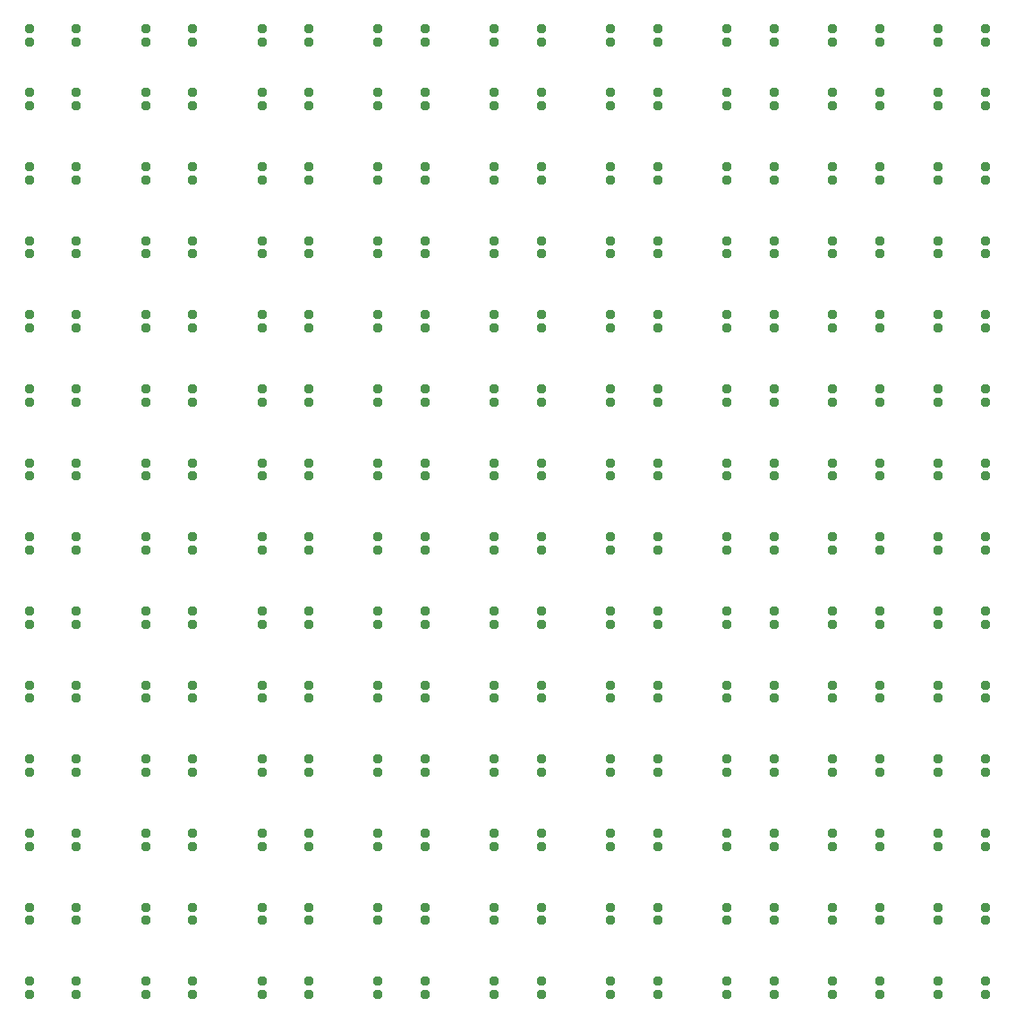
<source format=gbl>
G75*
%MOIN*%
%OFA0B0*%
%FSLAX25Y25*%
%IPPOS*%
%LPD*%
%AMOC8*
5,1,8,0,0,1.08239X$1,22.5*
%
%ADD10C,0.03772*%
D10*
X0023938Y0020434D03*
X0023938Y0025355D03*
X0041536Y0025355D03*
X0041536Y0020434D03*
X0067245Y0020434D03*
X0067245Y0025355D03*
X0084843Y0025355D03*
X0084843Y0020434D03*
X0110552Y0020434D03*
X0110552Y0025355D03*
X0128150Y0025355D03*
X0128150Y0020434D03*
X0153859Y0020434D03*
X0153859Y0025355D03*
X0171457Y0025355D03*
X0171457Y0020434D03*
X0197166Y0020434D03*
X0197166Y0025355D03*
X0214765Y0025355D03*
X0214765Y0020434D03*
X0240473Y0020434D03*
X0240473Y0025355D03*
X0258072Y0025355D03*
X0258072Y0020434D03*
X0283780Y0020434D03*
X0283780Y0025355D03*
X0301379Y0025355D03*
X0301379Y0020434D03*
X0323150Y0020434D03*
X0323150Y0025355D03*
X0340749Y0025355D03*
X0340749Y0020434D03*
X0362520Y0020434D03*
X0362520Y0025355D03*
X0380119Y0025355D03*
X0380119Y0020434D03*
X0380119Y0047993D03*
X0380119Y0052914D03*
X0362520Y0052914D03*
X0362520Y0047993D03*
X0340749Y0047993D03*
X0340749Y0052914D03*
X0323150Y0052914D03*
X0323150Y0047993D03*
X0301379Y0047993D03*
X0301379Y0052914D03*
X0283780Y0052914D03*
X0283780Y0047993D03*
X0258072Y0047993D03*
X0258072Y0052914D03*
X0240473Y0052914D03*
X0240473Y0047993D03*
X0214765Y0047993D03*
X0214765Y0052914D03*
X0197166Y0052914D03*
X0197166Y0047993D03*
X0171457Y0047993D03*
X0171457Y0052914D03*
X0153859Y0052914D03*
X0153859Y0047993D03*
X0128150Y0047993D03*
X0128150Y0052914D03*
X0110552Y0052914D03*
X0110552Y0047993D03*
X0084843Y0047993D03*
X0084843Y0052914D03*
X0067245Y0052914D03*
X0067245Y0047993D03*
X0041536Y0047993D03*
X0041536Y0052914D03*
X0023938Y0052914D03*
X0023938Y0047993D03*
X0023938Y0075552D03*
X0023938Y0080473D03*
X0041536Y0080473D03*
X0041536Y0075552D03*
X0067245Y0075552D03*
X0067245Y0080473D03*
X0084843Y0080473D03*
X0084843Y0075552D03*
X0110552Y0075552D03*
X0110552Y0080473D03*
X0128150Y0080473D03*
X0128150Y0075552D03*
X0153859Y0075552D03*
X0153859Y0080473D03*
X0171457Y0080473D03*
X0171457Y0075552D03*
X0197166Y0075552D03*
X0197166Y0080473D03*
X0214765Y0080473D03*
X0214765Y0075552D03*
X0240473Y0075552D03*
X0240473Y0080473D03*
X0258072Y0080473D03*
X0258072Y0075552D03*
X0283780Y0075552D03*
X0283780Y0080473D03*
X0301379Y0080473D03*
X0301379Y0075552D03*
X0323150Y0075552D03*
X0323150Y0080473D03*
X0340749Y0080473D03*
X0340749Y0075552D03*
X0362520Y0075552D03*
X0362520Y0080473D03*
X0380119Y0080473D03*
X0380119Y0075552D03*
X0380119Y0103111D03*
X0380119Y0108032D03*
X0362520Y0108032D03*
X0362520Y0103111D03*
X0340749Y0103111D03*
X0340749Y0108032D03*
X0323150Y0108032D03*
X0323150Y0103111D03*
X0301379Y0103111D03*
X0301379Y0108032D03*
X0283780Y0108032D03*
X0283780Y0103111D03*
X0258072Y0103111D03*
X0258072Y0108032D03*
X0240473Y0108032D03*
X0240473Y0103111D03*
X0214765Y0103111D03*
X0214765Y0108032D03*
X0197166Y0108032D03*
X0197166Y0103111D03*
X0171457Y0103111D03*
X0171457Y0108032D03*
X0153859Y0108032D03*
X0153859Y0103111D03*
X0128150Y0103111D03*
X0128150Y0108032D03*
X0110552Y0108032D03*
X0110552Y0103111D03*
X0084843Y0103111D03*
X0084843Y0108032D03*
X0067245Y0108032D03*
X0067245Y0103111D03*
X0041536Y0103111D03*
X0041536Y0108032D03*
X0023938Y0108032D03*
X0023938Y0103111D03*
X0023938Y0130670D03*
X0023938Y0135591D03*
X0041536Y0135591D03*
X0041536Y0130670D03*
X0067245Y0130670D03*
X0067245Y0135591D03*
X0084843Y0135591D03*
X0084843Y0130670D03*
X0110552Y0130670D03*
X0110552Y0135591D03*
X0128150Y0135591D03*
X0128150Y0130670D03*
X0153859Y0130670D03*
X0153859Y0135591D03*
X0171457Y0135591D03*
X0171457Y0130670D03*
X0197166Y0130670D03*
X0197166Y0135591D03*
X0214765Y0135591D03*
X0214765Y0130670D03*
X0240473Y0130670D03*
X0240473Y0135591D03*
X0258072Y0135591D03*
X0258072Y0130670D03*
X0283780Y0130670D03*
X0283780Y0135591D03*
X0301379Y0135591D03*
X0301379Y0130670D03*
X0323150Y0130670D03*
X0323150Y0135591D03*
X0340749Y0135591D03*
X0340749Y0130670D03*
X0362520Y0130670D03*
X0362520Y0135591D03*
X0380119Y0135591D03*
X0380119Y0130670D03*
X0380119Y0158229D03*
X0380119Y0163150D03*
X0362520Y0163150D03*
X0362520Y0158229D03*
X0340749Y0158229D03*
X0340749Y0163150D03*
X0323150Y0163150D03*
X0323150Y0158229D03*
X0301379Y0158229D03*
X0301379Y0163150D03*
X0283780Y0163150D03*
X0283780Y0158229D03*
X0258072Y0158229D03*
X0258072Y0163150D03*
X0240473Y0163150D03*
X0240473Y0158229D03*
X0214765Y0158229D03*
X0214765Y0163150D03*
X0197166Y0163150D03*
X0197166Y0158229D03*
X0171457Y0158229D03*
X0171457Y0163150D03*
X0153859Y0163150D03*
X0153859Y0158229D03*
X0128150Y0158229D03*
X0128150Y0163150D03*
X0110552Y0163150D03*
X0110552Y0158229D03*
X0084843Y0158229D03*
X0084843Y0163150D03*
X0067245Y0163150D03*
X0067245Y0158229D03*
X0041536Y0158229D03*
X0041536Y0163150D03*
X0023938Y0163150D03*
X0023938Y0158229D03*
X0023938Y0185788D03*
X0023938Y0190709D03*
X0041536Y0190709D03*
X0041536Y0185788D03*
X0067245Y0185788D03*
X0067245Y0190709D03*
X0084843Y0190709D03*
X0084843Y0185788D03*
X0110552Y0185788D03*
X0110552Y0190709D03*
X0128150Y0190709D03*
X0128150Y0185788D03*
X0153859Y0185788D03*
X0153859Y0190709D03*
X0171457Y0190709D03*
X0171457Y0185788D03*
X0197166Y0185788D03*
X0197166Y0190709D03*
X0214765Y0190709D03*
X0214765Y0185788D03*
X0240473Y0185788D03*
X0240473Y0190709D03*
X0258072Y0190709D03*
X0258072Y0185788D03*
X0283780Y0185788D03*
X0283780Y0190709D03*
X0301379Y0190709D03*
X0301379Y0185788D03*
X0323150Y0185788D03*
X0323150Y0190709D03*
X0340749Y0190709D03*
X0340749Y0185788D03*
X0362520Y0185788D03*
X0362520Y0190709D03*
X0380119Y0190709D03*
X0380119Y0185788D03*
X0380119Y0213347D03*
X0380119Y0218269D03*
X0362520Y0218269D03*
X0362520Y0213347D03*
X0340749Y0213347D03*
X0340749Y0218269D03*
X0323150Y0218269D03*
X0323150Y0213347D03*
X0301379Y0213347D03*
X0301379Y0218269D03*
X0283780Y0218269D03*
X0283780Y0213347D03*
X0258072Y0213347D03*
X0258072Y0218269D03*
X0240473Y0218269D03*
X0240473Y0213347D03*
X0214765Y0213347D03*
X0214765Y0218269D03*
X0197166Y0218269D03*
X0197166Y0213347D03*
X0171457Y0213347D03*
X0171457Y0218269D03*
X0153859Y0218269D03*
X0153859Y0213347D03*
X0128150Y0213347D03*
X0128150Y0218269D03*
X0110552Y0218269D03*
X0110552Y0213347D03*
X0084843Y0213347D03*
X0084843Y0218269D03*
X0067245Y0218269D03*
X0067245Y0213347D03*
X0041536Y0213347D03*
X0041536Y0218269D03*
X0023938Y0218269D03*
X0023938Y0213347D03*
X0023938Y0240906D03*
X0023938Y0245828D03*
X0041536Y0245828D03*
X0041536Y0240906D03*
X0067245Y0240906D03*
X0067245Y0245828D03*
X0084843Y0245828D03*
X0084843Y0240906D03*
X0110552Y0240906D03*
X0110552Y0245828D03*
X0128150Y0245828D03*
X0128150Y0240906D03*
X0153859Y0240906D03*
X0153859Y0245828D03*
X0171457Y0245828D03*
X0171457Y0240906D03*
X0197166Y0240906D03*
X0197166Y0245828D03*
X0214765Y0245828D03*
X0214765Y0240906D03*
X0240473Y0240906D03*
X0240473Y0245828D03*
X0258072Y0245828D03*
X0258072Y0240906D03*
X0283780Y0240906D03*
X0283780Y0245828D03*
X0301379Y0245828D03*
X0301379Y0240906D03*
X0323150Y0240906D03*
X0323150Y0245828D03*
X0340749Y0245828D03*
X0340749Y0240906D03*
X0362520Y0240906D03*
X0362520Y0245828D03*
X0380119Y0245828D03*
X0380119Y0240906D03*
X0380119Y0268465D03*
X0380119Y0273387D03*
X0362520Y0273387D03*
X0362520Y0268465D03*
X0340749Y0268465D03*
X0340749Y0273387D03*
X0323150Y0273387D03*
X0323150Y0268465D03*
X0301379Y0268465D03*
X0301379Y0273387D03*
X0283780Y0273387D03*
X0283780Y0268465D03*
X0258072Y0268465D03*
X0258072Y0273387D03*
X0240473Y0273387D03*
X0240473Y0268465D03*
X0214765Y0268465D03*
X0214765Y0273387D03*
X0197166Y0273387D03*
X0197166Y0268465D03*
X0171457Y0268465D03*
X0171457Y0273387D03*
X0153859Y0273387D03*
X0153859Y0268465D03*
X0128150Y0268465D03*
X0128150Y0273387D03*
X0110552Y0273387D03*
X0110552Y0268465D03*
X0084843Y0268465D03*
X0084843Y0273387D03*
X0067245Y0273387D03*
X0067245Y0268465D03*
X0041536Y0268465D03*
X0041536Y0273387D03*
X0023938Y0273387D03*
X0023938Y0268465D03*
X0023938Y0296024D03*
X0023938Y0300946D03*
X0041536Y0300946D03*
X0041536Y0296024D03*
X0067245Y0296024D03*
X0067245Y0300946D03*
X0084843Y0300946D03*
X0084843Y0296024D03*
X0110552Y0296024D03*
X0110552Y0300946D03*
X0128150Y0300946D03*
X0128150Y0296024D03*
X0153859Y0296024D03*
X0153859Y0300946D03*
X0171457Y0300946D03*
X0171457Y0296024D03*
X0197166Y0296024D03*
X0197166Y0300946D03*
X0214765Y0300946D03*
X0214765Y0296024D03*
X0240473Y0296024D03*
X0240473Y0300946D03*
X0258072Y0300946D03*
X0258072Y0296024D03*
X0283780Y0296024D03*
X0283780Y0300946D03*
X0301379Y0300946D03*
X0301379Y0296024D03*
X0323150Y0296024D03*
X0323150Y0300946D03*
X0340749Y0300946D03*
X0340749Y0296024D03*
X0362520Y0296024D03*
X0362520Y0300946D03*
X0380119Y0300946D03*
X0380119Y0296024D03*
X0380119Y0323583D03*
X0380119Y0328505D03*
X0362520Y0328505D03*
X0362520Y0323583D03*
X0340749Y0323583D03*
X0340749Y0328505D03*
X0323150Y0328505D03*
X0323150Y0323583D03*
X0301379Y0323583D03*
X0301379Y0328505D03*
X0283780Y0328505D03*
X0283780Y0323583D03*
X0258072Y0323583D03*
X0258072Y0328505D03*
X0240473Y0328505D03*
X0240473Y0323583D03*
X0214765Y0323583D03*
X0214765Y0328505D03*
X0197166Y0328505D03*
X0197166Y0323583D03*
X0171457Y0323583D03*
X0171457Y0328505D03*
X0153859Y0328505D03*
X0153859Y0323583D03*
X0128150Y0323583D03*
X0128150Y0328505D03*
X0110552Y0328505D03*
X0110552Y0323583D03*
X0084843Y0323583D03*
X0084843Y0328505D03*
X0067245Y0328505D03*
X0067245Y0323583D03*
X0041536Y0323583D03*
X0041536Y0328505D03*
X0023938Y0328505D03*
X0023938Y0323583D03*
X0023938Y0351143D03*
X0023938Y0356064D03*
X0041536Y0356064D03*
X0041536Y0351143D03*
X0041536Y0374765D03*
X0041536Y0379686D03*
X0023938Y0379686D03*
X0023938Y0374765D03*
X0067245Y0374765D03*
X0067245Y0379686D03*
X0084843Y0379686D03*
X0084843Y0374765D03*
X0084843Y0356064D03*
X0084843Y0351143D03*
X0067245Y0351143D03*
X0067245Y0356064D03*
X0110552Y0356064D03*
X0110552Y0351143D03*
X0128150Y0351143D03*
X0128150Y0356064D03*
X0128150Y0374765D03*
X0128150Y0379686D03*
X0110552Y0379686D03*
X0110552Y0374765D03*
X0153859Y0374765D03*
X0153859Y0379686D03*
X0171457Y0379686D03*
X0171457Y0374765D03*
X0171457Y0356064D03*
X0171457Y0351143D03*
X0153859Y0351143D03*
X0153859Y0356064D03*
X0197166Y0356064D03*
X0197166Y0351143D03*
X0214765Y0351143D03*
X0214765Y0356064D03*
X0214765Y0374765D03*
X0214765Y0379686D03*
X0197166Y0379686D03*
X0197166Y0374765D03*
X0240473Y0374765D03*
X0240473Y0379686D03*
X0258072Y0379686D03*
X0258072Y0374765D03*
X0258072Y0356064D03*
X0258072Y0351143D03*
X0240473Y0351143D03*
X0240473Y0356064D03*
X0283780Y0356064D03*
X0283780Y0351143D03*
X0301379Y0351143D03*
X0301379Y0356064D03*
X0301379Y0374765D03*
X0301379Y0379686D03*
X0283780Y0379686D03*
X0283780Y0374765D03*
X0323150Y0374765D03*
X0323150Y0379686D03*
X0340749Y0379686D03*
X0340749Y0374765D03*
X0340749Y0356064D03*
X0340749Y0351143D03*
X0323150Y0351143D03*
X0323150Y0356064D03*
X0362520Y0356064D03*
X0362520Y0351143D03*
X0380119Y0351143D03*
X0380119Y0356064D03*
X0380119Y0374765D03*
X0380119Y0379686D03*
X0362520Y0379686D03*
X0362520Y0374765D03*
M02*

</source>
